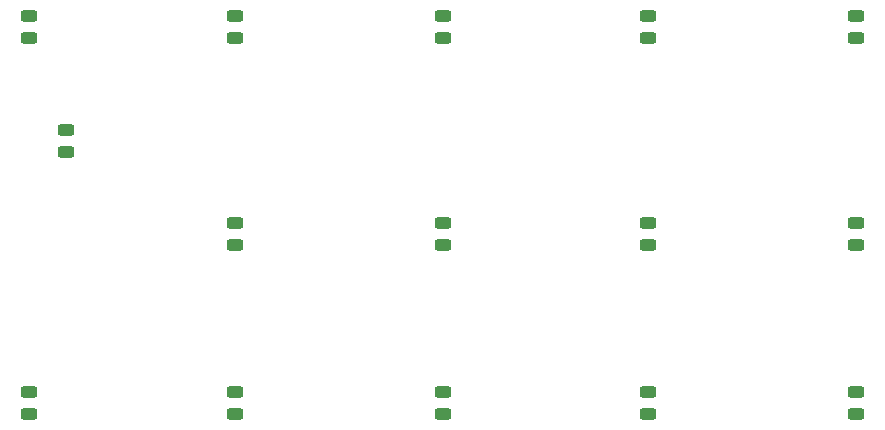
<source format=gbr>
%TF.GenerationSoftware,KiCad,Pcbnew,8.99.0-unknown-3024a7c569~178~ubuntu22.04.1*%
%TF.CreationDate,2024-05-19T15:23:00+10:00*%
%TF.ProjectId,SkyMusicPad,536b794d-7573-4696-9350-61642e6b6963,rev?*%
%TF.SameCoordinates,Original*%
%TF.FileFunction,Paste,Bot*%
%TF.FilePolarity,Positive*%
%FSLAX46Y46*%
G04 Gerber Fmt 4.6, Leading zero omitted, Abs format (unit mm)*
G04 Created by KiCad (PCBNEW 8.99.0-unknown-3024a7c569~178~ubuntu22.04.1) date 2024-05-19 15:23:00*
%MOMM*%
%LPD*%
G01*
G04 APERTURE LIST*
G04 Aperture macros list*
%AMRoundRect*
0 Rectangle with rounded corners*
0 $1 Rounding radius*
0 $2 $3 $4 $5 $6 $7 $8 $9 X,Y pos of 4 corners*
0 Add a 4 corners polygon primitive as box body*
4,1,4,$2,$3,$4,$5,$6,$7,$8,$9,$2,$3,0*
0 Add four circle primitives for the rounded corners*
1,1,$1+$1,$2,$3*
1,1,$1+$1,$4,$5*
1,1,$1+$1,$6,$7*
1,1,$1+$1,$8,$9*
0 Add four rect primitives between the rounded corners*
20,1,$1+$1,$2,$3,$4,$5,0*
20,1,$1+$1,$4,$5,$6,$7,0*
20,1,$1+$1,$6,$7,$8,$9,0*
20,1,$1+$1,$8,$9,$2,$3,0*%
G04 Aperture macros list end*
%ADD10RoundRect,0.243750X-0.456250X0.243750X-0.456250X-0.243750X0.456250X-0.243750X0.456250X0.243750X0*%
%ADD11RoundRect,0.243750X0.456250X-0.243750X0.456250X0.243750X-0.456250X0.243750X-0.456250X-0.243750X0*%
G04 APERTURE END LIST*
D10*
%TO.C,D2*%
X47250000Y-54375000D03*
X47250000Y-56250000D03*
%TD*%
D11*
%TO.C,D1*%
X44180000Y-46600000D03*
X44180000Y-44725000D03*
%TD*%
%TO.C,D9*%
X79180000Y-78437500D03*
X79180000Y-76562500D03*
%TD*%
%TO.C,D15*%
X114180000Y-78437500D03*
X114180000Y-76562500D03*
%TD*%
%TO.C,D8*%
X79180000Y-64140000D03*
X79180000Y-62265000D03*
%TD*%
%TO.C,D6*%
X61580000Y-78437500D03*
X61580000Y-76562500D03*
%TD*%
%TO.C,D7*%
X79180000Y-46600000D03*
X79180000Y-44725000D03*
%TD*%
%TO.C,D4*%
X61580000Y-46600000D03*
X61580000Y-44725000D03*
%TD*%
%TO.C,D10*%
X96580000Y-46600000D03*
X96580000Y-44725000D03*
%TD*%
%TO.C,D13*%
X114180000Y-46600000D03*
X114180000Y-44725000D03*
%TD*%
%TO.C,D14*%
X114180000Y-64140000D03*
X114180000Y-62265000D03*
%TD*%
%TO.C,D3*%
X44180000Y-78437500D03*
X44180000Y-76562500D03*
%TD*%
%TO.C,D12*%
X96580000Y-78437500D03*
X96580000Y-76562500D03*
%TD*%
%TO.C,D5*%
X61580000Y-64140000D03*
X61580000Y-62265000D03*
%TD*%
%TO.C,D11*%
X96580000Y-64140000D03*
X96580000Y-62265000D03*
%TD*%
M02*

</source>
